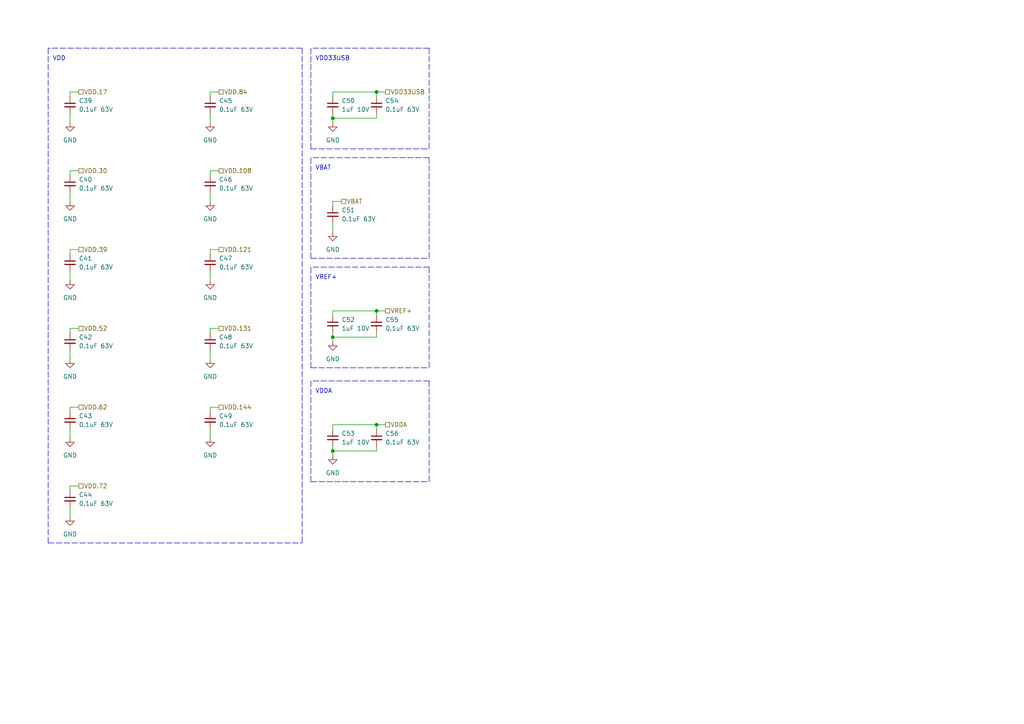
<source format=kicad_sch>
(kicad_sch (version 20230121) (generator eeschema)
  (paper "A4")
  (title_block (title "Control") (date "2023-02-21") (rev "1.0.0") (company "The A-Team (RC SSL)") (comment 1 "W. Stuckey & R. Osawa"))
  (lib_symbols
    (symbol "Device:C_Small" (pin_numbers hide) (pin_names (offset 0.254) hide)
      (property "Reference" "C" (at 0.254 1.778 0))
      (property "Value" "C_Small" (at 0.254 -2.032 0))
      (symbol "C_Small_0_1"
        (polyline (pts (xy -1.524 -0.508) (xy 1.524 -0.508)) (stroke (width 0.3302)))
        (polyline (pts (xy -1.524 0.508) (xy 1.524 0.508)) (stroke (width 0.3048)))
      )
      (symbol "C_Small_1_1"
        (pin passive line (at 0 2.54 270) (length 2.032) (name "~") (number "1"))
        (pin passive line (at 0 -2.54 90) (length 2.032) (name "~") (number "2"))
      )
    )
    (symbol "power:GND" (power) (pin_names (offset 0))
      (property "Value" "GND" (at 0 -3.81 0))
      (symbol "GND_0_1"
        (polyline (pts (xy 0 0) (xy 0 -1.27) (xy 1.27 -1.27) (xy 0 -2.54) (xy -1.27 -1.27) (xy 0 -1.27)))
      )
      (symbol "GND_1_1"
        (pin power_in line (at 0 0 270) (length 0) hide (name "GND") (number "1"))
      )
    )
  )
  (junction (at 109.22 26.67))
  (junction (at 96.52 34.29))
  (junction (at 96.52 130.81))
  (junction (at 109.22 123.19))
  (junction (at 96.52 97.79))
  (junction (at 109.22 90.17))
  (wire (pts (xy 60.96 118.11) (xy 63.5 118.11)))
  (wire (pts (xy 96.52 58.42) (xy 99.06 58.42)))
  (polyline (pts (xy 124.46 45.72) (xy 90.17 45.72)) (stroke (width 0) (type dash)))
  (wire (pts (xy 20.32 26.67) (xy 22.86 26.67)))
  (wire (pts (xy 60.96 95.25) (xy 60.96 96.52)))
  (polyline (pts (xy 124.46 77.47) (xy 124.46 106.68)) (stroke (width 0) (type dash)))
  (wire (pts (xy 20.32 147.32) (xy 20.32 149.86)))
  (wire (pts (xy 60.96 26.67) (xy 63.5 26.67)))
  (wire (pts (xy 96.52 90.17) (xy 96.52 91.44)))
  (polyline (pts (xy 90.17 43.18) (xy 124.46 43.18)) (stroke (width 0) (type dash)))
  (wire (pts (xy 96.52 26.67) (xy 109.22 26.67)))
  (wire (pts (xy 109.22 130.81) (xy 96.52 130.81)))
  (polyline (pts (xy 90.17 74.93) (xy 90.17 45.72)) (stroke (width 0) (type dash)))
  (wire (pts (xy 20.32 95.25) (xy 20.32 96.52)))
  (wire (pts (xy 109.22 96.52) (xy 109.22 97.79)))
  (polyline (pts (xy 124.46 13.97) (xy 90.17 13.97)) (stroke (width 0) (type dash)))
  (wire (pts (xy 60.96 72.39) (xy 60.96 73.66)))
  (wire (pts (xy 20.32 124.46) (xy 20.32 127)))
  (wire (pts (xy 96.52 129.54) (xy 96.52 130.81)))
  (wire (pts (xy 96.52 33.02) (xy 96.52 34.29)))
  (polyline (pts (xy 90.17 139.7) (xy 90.17 110.49)) (stroke (width 0) (type dash)))
  (wire (pts (xy 96.52 90.17) (xy 109.22 90.17)))
  (polyline (pts (xy 87.63 13.97) (xy 87.63 157.48)) (stroke (width 0) (type dash)))
  (wire (pts (xy 60.96 118.11) (xy 60.96 119.38)))
  (wire (pts (xy 20.32 140.97) (xy 22.86 140.97)))
  (wire (pts (xy 109.22 124.46) (xy 109.22 123.19)))
  (wire (pts (xy 20.32 78.74) (xy 20.32 81.28)))
  (wire (pts (xy 109.22 129.54) (xy 109.22 130.81)))
  (polyline (pts (xy 90.17 106.68) (xy 90.17 77.47)) (stroke (width 0) (type dash)))
  (wire (pts (xy 60.96 27.94) (xy 60.96 26.67)))
  (wire (pts (xy 20.32 26.67) (xy 20.32 27.94)))
  (polyline (pts (xy 124.46 77.47) (xy 90.17 77.47)) (stroke (width 0) (type dash)))
  (wire (pts (xy 96.52 130.81) (xy 96.52 132.08)))
  (wire (pts (xy 109.22 33.02) (xy 109.22 34.29)))
  (wire (pts (xy 96.52 123.19) (xy 96.52 124.46)))
  (wire (pts (xy 20.32 55.88) (xy 20.32 58.42)))
  (wire (pts (xy 20.32 33.02) (xy 20.32 35.56)))
  (wire (pts (xy 109.22 91.44) (xy 109.22 90.17)))
  (wire (pts (xy 109.22 97.79) (xy 96.52 97.79)))
  (wire (pts (xy 20.32 49.53) (xy 20.32 50.8)))
  (polyline (pts (xy 124.46 13.97) (xy 124.46 43.18)) (stroke (width 0) (type dash)))
  (wire (pts (xy 60.96 124.46) (xy 60.96 127)))
  (polyline (pts (xy 90.17 139.7) (xy 124.46 139.7)) (stroke (width 0) (type dash)))
  (wire (pts (xy 60.96 33.02) (xy 60.96 35.56)))
  (wire (pts (xy 20.32 101.6) (xy 20.32 104.14)))
  (wire (pts (xy 60.96 78.74) (xy 60.96 81.28)))
  (wire (pts (xy 96.52 64.77) (xy 96.52 67.31)))
  (polyline (pts (xy 124.46 110.49) (xy 90.17 110.49)) (stroke (width 0) (type dash)))
  (wire (pts (xy 60.96 72.39) (xy 63.5 72.39)))
  (wire (pts (xy 96.52 97.79) (xy 96.52 99.06)))
  (wire (pts (xy 109.22 90.17) (xy 111.76 90.17)))
  (polyline (pts (xy 124.46 45.72) (xy 124.46 74.93)) (stroke (width 0) (type dash)))
  (polyline (pts (xy 124.46 110.49) (xy 124.46 139.7)) (stroke (width 0) (type dash)))
  (wire (pts (xy 20.32 72.39) (xy 22.86 72.39)))
  (wire (pts (xy 96.52 26.67) (xy 96.52 27.94)))
  (wire (pts (xy 96.52 58.42) (xy 96.52 59.69)))
  (wire (pts (xy 60.96 55.88) (xy 60.96 58.42)))
  (polyline (pts (xy 87.63 13.97) (xy 13.97 13.97)) (stroke (width 0) (type dash)))
  (polyline (pts (xy 90.17 106.68) (xy 124.46 106.68)) (stroke (width 0) (type dash)))
  (polyline (pts (xy 90.17 43.18) (xy 90.17 13.97)) (stroke (width 0) (type dash)))
  (wire (pts (xy 96.52 34.29) (xy 96.52 35.56)))
  (wire (pts (xy 109.22 34.29) (xy 96.52 34.29)))
  (wire (pts (xy 96.52 123.19) (xy 109.22 123.19)))
  (wire (pts (xy 20.32 49.53) (xy 22.86 49.53)))
  (polyline (pts (xy 13.97 157.48) (xy 13.97 13.97)) (stroke (width 0) (type dash)))
  (wire (pts (xy 20.32 118.11) (xy 22.86 118.11)))
  (wire (pts (xy 109.22 27.94) (xy 109.22 26.67)))
  (polyline (pts (xy 90.17 74.93) (xy 124.46 74.93)) (stroke (width 0) (type dash)))
  (wire (pts (xy 60.96 95.25) (xy 63.5 95.25)))
  (wire (pts (xy 20.32 95.25) (xy 22.86 95.25)))
  (polyline (pts (xy 13.97 157.48) (xy 87.63 157.48)) (stroke (width 0) (type dash)))
  (wire (pts (xy 60.96 101.6) (xy 60.96 104.14)))
  (wire (pts (xy 109.22 26.67) (xy 111.76 26.67)))
  (wire (pts (xy 20.32 73.66) (xy 20.32 72.39)))
  (wire (pts (xy 96.52 96.52) (xy 96.52 97.79)))
  (wire (pts (xy 20.32 142.24) (xy 20.32 140.97)))
  (wire (pts (xy 20.32 118.11) (xy 20.32 119.38)))
  (wire (pts (xy 60.96 49.53) (xy 60.96 50.8)))
  (wire (pts (xy 60.96 49.53) (xy 63.5 49.53)))
  (wire (pts (xy 109.22 123.19) (xy 111.76 123.19)))
  (text "VDD" (at 15.24 17.78 0) (effects (font (size 1.27 1.27)) (justify left bottom)))
  (text "VDD33USB" (at 91.44 17.78 0) (effects (font (size 1.27 1.27)) (justify left bottom)))
  (text "VDDA" (at 91.44 114.3 0) (effects (font (size 1.27 1.27)) (justify left bottom)))
  (text "VBAT" (at 91.44 49.53 0) (effects (font (size 1.27 1.27)) (justify left bottom)))
  (text "VREF+" (at 91.44 81.28 0) (effects (font (size 1.27 1.27)) (justify left bottom)))
  (hierarchical_label "VDD.84" (shape passive) (at 63.5 26.67 0))
  (hierarchical_label "VDD33USB" (shape passive) (at 111.76 26.67 0))
  (hierarchical_label "VDD.72" (shape passive) (at 22.86 140.97 0))
  (hierarchical_label "VDD.62" (shape passive) (at 22.86 118.11 0))
  (hierarchical_label "VDD.108" (shape passive) (at 63.5 49.53 0))
  (hierarchical_label "VDD.30" (shape passive) (at 22.86 49.53 0))
  (hierarchical_label "VREF+" (shape passive) (at 111.76 90.17 0))
  (hierarchical_label "VDD.144" (shape passive) (at 63.5 118.11 0))
  (hierarchical_label "VDD.52" (shape passive) (at 22.86 95.25 0))
  (hierarchical_label "VDD.121" (shape passive) (at 63.5 72.39 0))
  (hierarchical_label "VDD.39" (shape passive) (at 22.86 72.39 0))
  (hierarchical_label "VDD.131" (shape passive) (at 63.5 95.25 0))
  (hierarchical_label "VBAT" (shape passive) (at 99.06 58.42 0))
  (hierarchical_label "VDD.17" (shape passive) (at 22.86 26.67 0))
  (hierarchical_label "VDDA" (shape passive) (at 111.76 123.19 0))
  (symbol (lib_id "Device:C_Small") (at 20.32 121.92 0) (unit 1)
    (property "Reference" "C43" (at 22.86 120.6562 0) (effects (justify left)))
    (property "Value" "0.1uF 63V" (at 22.86 123.1962 0) (effects (justify left)))
    (property "Footprint" "Capacitor_SMD:C_0402_1005Metric" (effects hide))
  )
  (symbol (lib_id "Device:C_Small") (at 96.52 93.98 0) (unit 1)
    (property "Reference" "C52" (at 99.06 92.7162 0) (effects (justify left)))
    (property "Value" "1uF 10V" (at 99.06 95.2562 0) (effects (justify left)))
    (property "Footprint" "Capacitor_SMD:C_0402_1005Metric" (effects hide))
  )
  (symbol (lib_id "Device:C_Small") (at 20.32 76.2 0) (unit 1)
    (property "Reference" "C41" (at 22.86 74.9362 0) (effects (justify left)))
    (property "Value" "0.1uF 63V" (at 22.86 77.4762 0) (effects (justify left)))
    (property "Footprint" "Capacitor_SMD:C_0402_1005Metric" (effects hide))
  )
  (symbol (lib_id "Device:C_Small") (at 96.52 62.23 0) (unit 1)
    (property "Reference" "C51" (at 99.06 60.9662 0) (effects (justify left)))
    (property "Value" "0.1uF 63V" (at 99.06 63.5062 0) (effects (justify left)))
    (property "Footprint" "Capacitor_SMD:C_0402_1005Metric" (effects hide))
  )
  (symbol (lib_id "Device:C_Small") (at 20.32 99.06 0) (unit 1)
    (property "Reference" "C42" (at 22.86 97.7962 0) (effects (justify left)))
    (property "Value" "0.1uF 63V" (at 22.86 100.3362 0) (effects (justify left)))
    (property "Footprint" "Capacitor_SMD:C_0402_1005Metric" (effects hide))
  )
  (symbol (lib_id "power:GND") (at 60.96 58.42 0) (unit 1)
    (property "Reference" "#PWR0111" (effects hide))
    (property "Value" "GND" (at 60.96 63.5 0))
  )
  (symbol (lib_id "Device:C_Small") (at 109.22 93.98 0) (unit 1)
    (property "Reference" "C55" (at 111.76 92.7162 0) (effects (justify left)))
    (property "Value" "0.1uF 63V" (at 111.76 95.2562 0) (effects (justify left)))
    (property "Footprint" "Capacitor_SMD:C_0402_1005Metric" (effects hide))
  )
  (symbol (lib_id "power:GND") (at 60.96 104.14 0) (unit 1)
    (property "Reference" "#PWR0113" (effects hide))
    (property "Value" "GND" (at 60.96 109.22 0))
  )
  (symbol (lib_id "Device:C_Small") (at 60.96 121.92 0) (unit 1)
    (property "Reference" "C49" (at 63.5 120.6562 0) (effects (justify left)))
    (property "Value" "0.1uF 63V" (at 63.5 123.1962 0) (effects (justify left)))
    (property "Footprint" "Capacitor_SMD:C_0402_1005Metric" (effects hide))
  )
  (symbol (lib_id "power:GND") (at 60.96 81.28 0) (unit 1)
    (property "Reference" "#PWR0112" (effects hide))
    (property "Value" "GND" (at 60.96 86.36 0))
  )
  (symbol (lib_id "power:GND") (at 20.32 104.14 0) (unit 1)
    (property "Reference" "#PWR0107" (effects hide))
    (property "Value" "GND" (at 20.32 109.22 0))
  )
  (symbol (lib_id "Device:C_Small") (at 60.96 30.48 0) (unit 1)
    (property "Reference" "C45" (at 63.5 29.2162 0) (effects (justify left)))
    (property "Value" "0.1uF 63V" (at 63.5 31.7562 0) (effects (justify left)))
    (property "Footprint" "Capacitor_SMD:C_0402_1005Metric" (effects hide))
  )
  (symbol (lib_id "Device:C_Small") (at 109.22 30.48 0) (unit 1)
    (property "Reference" "C54" (at 111.76 29.2162 0) (effects (justify left)))
    (property "Value" "0.1uF 63V" (at 111.76 31.7562 0) (effects (justify left)))
    (property "Footprint" "Capacitor_SMD:C_0402_1005Metric" (effects hide))
  )
  (symbol (lib_id "Device:C_Small") (at 96.52 127 0) (unit 1)
    (property "Reference" "C53" (at 99.06 125.7362 0) (effects (justify left)))
    (property "Value" "1uF 10V" (at 99.06 128.2762 0) (effects (justify left)))
    (property "Footprint" "Capacitor_SMD:C_0402_1005Metric" (effects hide))
  )
  (symbol (lib_id "Device:C_Small") (at 109.22 127 0) (unit 1)
    (property "Reference" "C56" (at 111.76 125.7362 0) (effects (justify left)))
    (property "Value" "0.1uF 63V" (at 111.76 128.2762 0) (effects (justify left)))
    (property "Footprint" "Capacitor_SMD:C_0402_1005Metric" (effects hide))
  )
  (symbol (lib_id "power:GND") (at 20.32 81.28 0) (unit 1)
    (property "Reference" "#PWR0106" (effects hide))
    (property "Value" "GND" (at 20.32 86.36 0))
  )
  (symbol (lib_id "Device:C_Small") (at 20.32 30.48 0) (unit 1)
    (property "Reference" "C39" (at 22.86 29.2162 0) (effects (justify left)))
    (property "Value" "0.1uF 63V" (at 22.86 31.7562 0) (effects (justify left)))
    (property "Footprint" "Capacitor_SMD:C_0402_1005Metric" (effects hide))
  )
  (symbol (lib_id "Device:C_Small") (at 60.96 53.34 0) (unit 1)
    (property "Reference" "C46" (at 63.5 52.0762 0) (effects (justify left)))
    (property "Value" "0.1uF 63V" (at 63.5 54.6162 0) (effects (justify left)))
    (property "Footprint" "Capacitor_SMD:C_0402_1005Metric" (effects hide))
  )
  (symbol (lib_id "power:GND") (at 96.52 35.56 0) (unit 1)
    (property "Reference" "#PWR0115" (effects hide))
    (property "Value" "GND" (at 96.52 40.64 0))
  )
  (symbol (lib_id "power:GND") (at 96.52 99.06 0) (unit 1)
    (property "Reference" "#PWR0117" (effects hide))
    (property "Value" "GND" (at 96.52 104.14 0))
  )
  (symbol (lib_id "Device:C_Small") (at 20.32 53.34 0) (unit 1)
    (property "Reference" "C40" (at 22.86 52.0762 0) (effects (justify left)))
    (property "Value" "0.1uF 63V" (at 22.86 54.6162 0) (effects (justify left)))
    (property "Footprint" "Capacitor_SMD:C_0402_1005Metric" (effects hide))
  )
  (symbol (lib_id "Device:C_Small") (at 60.96 99.06 0) (unit 1)
    (property "Reference" "C48" (at 63.5 97.7962 0) (effects (justify left)))
    (property "Value" "0.1uF 63V" (at 63.5 100.3362 0) (effects (justify left)))
    (property "Footprint" "Capacitor_SMD:C_0402_1005Metric" (effects hide))
  )
  (symbol (lib_id "power:GND") (at 20.32 127 0) (unit 1)
    (property "Reference" "#PWR0108" (effects hide))
    (property "Value" "GND" (at 20.32 132.08 0))
  )
  (symbol (lib_id "Device:C_Small") (at 60.96 76.2 0) (unit 1)
    (property "Reference" "C47" (at 63.5 74.9362 0) (effects (justify left)))
    (property "Value" "0.1uF 63V" (at 63.5 77.4762 0) (effects (justify left)))
    (property "Footprint" "Capacitor_SMD:C_0402_1005Metric" (effects hide))
  )
  (symbol (lib_id "power:GND") (at 60.96 127 0) (unit 1)
    (property "Reference" "#PWR0114" (effects hide))
    (property "Value" "GND" (at 60.96 132.08 0))
  )
  (symbol (lib_id "power:GND") (at 96.52 132.08 0) (unit 1)
    (property "Reference" "#PWR0118" (effects hide))
    (property "Value" "GND" (at 96.52 137.16 0))
  )
  (symbol (lib_id "Device:C_Small") (at 20.32 144.78 0) (unit 1)
    (property "Reference" "C44" (at 22.86 143.5162 0) (effects (justify left)))
    (property "Value" "0.1uF 63V" (at 22.86 146.0562 0) (effects (justify left)))
    (property "Footprint" "Capacitor_SMD:C_0402_1005Metric" (effects hide))
  )
  (symbol (lib_id "Device:C_Small") (at 96.52 30.48 0) (unit 1)
    (property "Reference" "C50" (at 99.06 29.2162 0) (effects (justify left)))
    (property "Value" "1uF 10V" (at 99.06 31.7562 0) (effects (justify left)))
    (property "Footprint" "Capacitor_SMD:C_0402_1005Metric" (effects hide))
  )
  (symbol (lib_id "power:GND") (at 96.52 67.31 0) (unit 1)
    (property "Reference" "#PWR0116" (effects hide))
    (property "Value" "GND" (at 96.52 72.39 0))
  )
  (symbol (lib_id "power:GND") (at 20.32 58.42 0) (unit 1)
    (property "Reference" "#PWR0105" (effects hide))
    (property "Value" "GND" (at 20.32 63.5 0))
  )
  (symbol (lib_id "power:GND") (at 20.32 149.86 0) (unit 1)
    (property "Reference" "#PWR0109" (effects hide))
    (property "Value" "GND" (at 20.32 154.94 0))
  )
  (symbol (lib_id "power:GND") (at 60.96 35.56 0) (unit 1)
    (property "Reference" "#PWR0110" (effects hide))
    (property "Value" "GND" (at 60.96 40.64 0))
  )
  (symbol (lib_id "power:GND") (at 20.32 35.56 0) (unit 1)
    (property "Reference" "#PWR0104" (effects hide))
    (property "Value" "GND" (at 20.32 40.64 0))
  )
)
</source>
